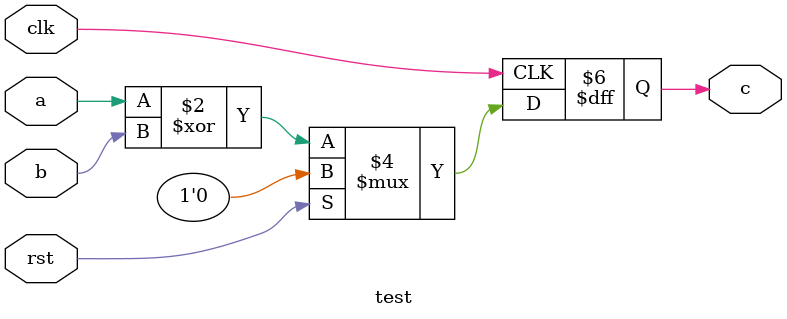
<source format=sv>
module test(
    input  logic clk,
    input  logic rst,
    input  logic a,
    input  logic b,
    output logic c
);

always_ff @(posedge clk)
    if(rst) c <= 0;
    else c <= a ^ b;

endmodule
</source>
